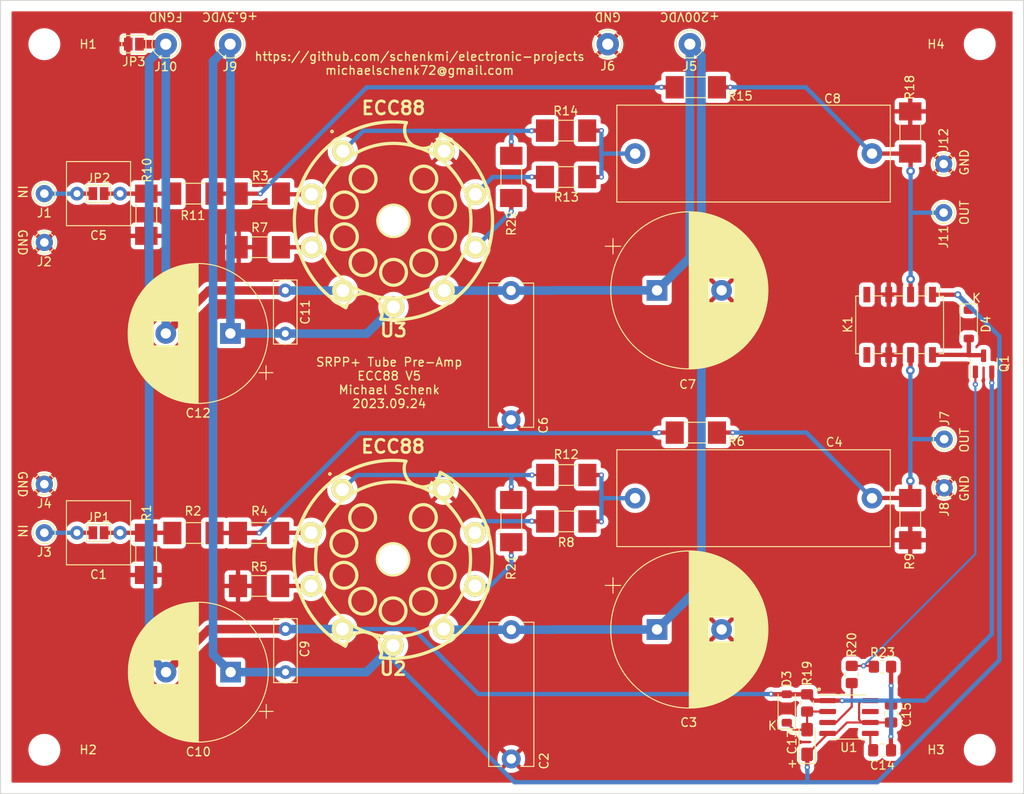
<source format=kicad_pcb>
(kicad_pcb (version 20221018) (generator pcbnew)
  (layers (0 "F.Cu" signal) (31 "B.Cu" signal) (34 "B.Paste" user) (35 "F.Paste" user) (36 "B.SilkS" user "B.Silkscreen") (37 "F.SilkS" user "F.Silkscreen") (38 "B.Mask" user) (39 "F.Mask" user) (44 "Edge.Cuts" user))
  (net 0 "")
  (net 1 "Net-(JP1-B)")
  (net 2 "Net-(J3-Pin_1)")
  (net 3 "GND")
  (net 4 "VDDA")
  (net 5 "Net-(C4-Pad2)")
  (net 6 "Net-(J7-Pin_1)")
  (net 7 "Net-(JP2-B)")
  (net 8 "Net-(J1-Pin_1)")
  (net 9 "Net-(J11-Pin_1)")
  (net 10 "Net-(C8-Pad2)")
  (net 11 "FVCC")
  (net 12 "Net-(R11-Pad1)")
  (net 13 "FGND")
  (net 14 "Net-(R2-Pad1)")
  (net 15 "Net-(D3-K)")
  (net 16 "Net-(U1-CV)")
  (net 17 "Net-(D4-A)")
  (net 18 "Net-(Q1-B)")
  (net 19 "Net-(U3A-G)")
  (net 20 "Net-(U2A-G)")
  (net 21 "Net-(U2A-K)")
  (net 22 "Net-(U3A-K)")
  (net 23 "Net-(U2B-K)")
  (net 26 "Net-(U2A-A)")
  (net 27 "Net-(U3B-K)")
  (net 28 "Net-(U3A-A)")
  (net 29 "Net-(U1-Q)")
  (net 30 "Net-(U2B-G)")
  (net 31 "Net-(U3B-G)")
  (footprint "Capacitor_THT:C_Rect_L7.2mm_W7.2mm_P5.00mm_FKS2_FKP2_MKS2_MKP2" (layer "F.Cu") (at 52.5996 132.9182 180)
    (fp_text reference "C1" (at 2.5 -4.85) (layer "F.SilkS"))
    (fp_text value "3.3uF")
    (pad "1" thru_hole circle (at 0 0 180) (size 1.6 1.6) (drill 0.8) (layers "*.Cu" "*.Mask") (net 1 "Net-(JP1-B)"))
    (pad "2" thru_hole circle (at 5 0 180) (size 1.6 1.6) (drill 0.8) (layers "*.Cu" "*.Mask") (net 2 "Net-(J3-Pin_1)"))
  )
  (footprint "Capacitor_THT:C_Rect_L16.5mm_W5.0mm_P15.00mm_MKT" (layer "F.Cu") (at 98.0186 144.1704 -90)
    (fp_text reference "C2" (at 15.24 -3.81 90) (layer "F.SilkS"))
    (fp_text value "100nF")
    (pad "1" thru_hole circle (at 0 0 270) (size 2.2 2.2) (drill 1.1) (layers "*.Cu" "*.Mask") (net 4 "VDDA"))
    (pad "2" thru_hole circle (at 15 0 270) (size 2.2 2.2) (drill 1.1) (layers "*.Cu" "*.Mask") (net 3 "GND"))
  )
  (footprint "Capacitor_THT:CP_Radial_D18.0mm_P7.50mm" (layer "F.Cu") (at 114.935 144.145)
    (fp_text reference "C3" (at 3.683 10.795) (layer "F.SilkS"))
    (fp_text value "100uF")
    (pad "1" thru_hole rect (at 0 0) (size 2.4 2.4) (drill 1.2) (layers "*.Cu" "*.Mask") (net 4 "VDDA"))
    (pad "2" thru_hole circle (at 7.5 0) (size 2.4 2.4) (drill 1.2) (layers "*.Cu" "*.Mask") (net 3 "GND"))
  )
  (footprint "Capacitor_THT:C_Rect_L31.5mm_W11.0mm_P27.50mm_MKS4" (layer "F.Cu") (at 139.895 128.905 180)
    (fp_text reference "C4" (at 4.386 6.5024) (layer "F.SilkS"))
    (fp_text value "2.2uF")
    (pad "1" thru_hole circle (at 0 0 180) (size 2.4 2.4) (drill 1.2) (layers "*.Cu" "*.Mask") (net 6 "Net-(J7-Pin_1)"))
    (pad "2" thru_hole circle (at 27.5 0 180) (size 2.4 2.4) (drill 1.2) (layers "*.Cu" "*.Mask") (net 5 "Net-(C4-Pad2)"))
  )
  (footprint "MountingHole:MountingHole_3.2mm_M3" (layer "F.Cu") (at 43.815 76.2)
    (fp_text reference "H1" (at 5.08 0) (layer "F.SilkS"))
    (fp_text value "MountingHole")
    (pad "" np_thru_hole circle (at 0 0) (size 3.2 3.2) (drill 3.2) (layers "*.Cu" "*.Mask"))
  )
  (footprint "MountingHole:MountingHole_3.2mm_M3" (layer "F.Cu") (at 43.815 158.115)
    (fp_text reference "H2" (at 5.08 0) (layer "F.SilkS"))
    (fp_text value "MountingHole")
    (pad "" np_thru_hole circle (at 0 0) (size 3.2 3.2) (drill 3.2) (layers "*.Cu" "*.Mask"))
  )
  (footprint "MountingHole:MountingHole_3.2mm_M3" (layer "F.Cu") (at 152.4 158.115)
    (fp_text reference "H3" (at -5.08 0) (layer "F.SilkS"))
    (fp_text value "MountingHole")
    (pad "" np_thru_hole circle (at 0 0) (size 3.2 3.2) (drill 3.2) (layers "*.Cu" "*.Mask"))
  )
  (footprint "MountingHole:MountingHole_3.2mm_M3" (layer "F.Cu") (at 152.4 76.2)
    (fp_text reference "H4" (at -5.08 0) (layer "F.SilkS"))
    (fp_text value "MountingHole")
    (pad "" np_thru_hole circle (at 0 0) (size 3.2 3.2) (drill 3.2) (layers "*.Cu" "*.Mask"))
  )
  (footprint "Connector_Pin:Pin_D1.0mm_L10.0mm" (layer "F.Cu") (at 43.815 132.9182)
    (fp_text reference "J3" (at 0 2.25) (layer "F.SilkS"))
    (fp_text value "Conn_01x01")
    (pad "1" thru_hole circle (at 0 0) (size 2 2) (drill 1) (layers "*.Cu" "*.Mask") (net 2 "Net-(J3-Pin_1)"))
  )
  (footprint "Connector_Pin:Pin_D1.0mm_L10.0mm" (layer "F.Cu") (at 43.815 127.2794)
    (fp_text reference "J4" (at 0 2.25) (layer "F.SilkS"))
    (fp_text value "Conn_01x01")
    (pad "1" thru_hole circle (at 0 0) (size 2 2) (drill 1) (layers "*.Cu" "*.Mask") (net 3 "GND"))
  )
  (footprint "Connector_Pin:Pin_D1.3mm_L11.0mm" (layer "F.Cu") (at 118.745 76.2)
    (fp_text reference "J5" (at 0 2.5654) (layer "F.SilkS"))
    (fp_text value "Conn_01x01")
    (pad "1" thru_hole circle (at 0 0) (size 2.6 2.6) (drill 1.3) (layers "*.Cu" "*.Mask") (net 4 "VDDA"))
  )
  (footprint "Connector_Pin:Pin_D1.3mm_L11.0mm" (layer "F.Cu") (at 109.22 76.2)
    (fp_text reference "J6" (at 0 2.54) (layer "F.SilkS"))
    (fp_text value "Conn_01x01")
    (pad "1" thru_hole circle (at 0 0) (size 2.6 2.6) (drill 1.3) (layers "*.Cu" "*.Mask") (net 3 "GND"))
  )
  (footprint "Connector_Pin:Pin_D1.0mm_L10.0mm" (layer "F.Cu") (at 148.2725 127.6985)
    (fp_text reference "J8" (at 0.0275 2.5015 90) (layer "F.SilkS"))
    (fp_text value "Conn_01x01")
    (pad "1" thru_hole circle (at 0 0) (size 2 2) (drill 1) (layers "*.Cu" "*.Mask") (net 3 "GND"))
  )
  (footprint "Resistor_SMD:R_MELF_MMB-0207" (layer "F.Cu") (at 55.626 135.3682 -90)
    (fp_text reference "R1" (at -4.7432 -0.049 -270) (layer "F.SilkS"))
    (fp_text value "1Meg")
    (pad "1" smd rect (at -2.45 0 270) (size 2.1 2.6) (layers "F.Cu" "F.Paste" "F.Mask") (net 1 "Net-(JP1-B)"))
    (pad "2" smd rect (at 2.45 0 270) (size 2.1 2.6) (layers "F.Cu" "F.Paste" "F.Mask") (net 3 "GND"))
  )
  (footprint "Resistor_SMD:R_MELF_MMB-0207" (layer "F.Cu") (at 61.124 132.9436 180)
    (fp_text reference "R2" (at 0.05 2.54) (layer "F.SilkS"))
    (fp_text value "10k")
    (pad "1" smd rect (at -2.45 0 180) (size 2.1 2.6) (layers "F.Cu" "F.Paste" "F.Mask") (net 14 "Net-(R2-Pad1)"))
    (pad "2" smd rect (at 2.45 0 180) (size 2.1 2.6) (layers "F.Cu" "F.Paste" "F.Mask") (net 1 "Net-(JP1-B)"))
  )
  (footprint "Resistor_SMD:R_MELF_MMB-0207" (layer "F.Cu") (at 68.8224 93.55)
    (fp_text reference "R3" (at 0.05 -2.05) (layer "F.SilkS"))
    (fp_text value "300R")
    (pad "1" smd rect (at -2.45 0) (size 2.1 2.6) (layers "F.Cu" "F.Paste" "F.Mask") (net 12 "Net-(R11-Pad1)"))
    (pad "2" smd rect (at 2.45 0) (size 2.1 2.6) (layers "F.Cu" "F.Paste" "F.Mask") (net 19 "Net-(U3A-G)"))
  )
  (footprint "Resistor_SMD:R_MELF_MMB-0207" (layer "F.Cu") (at 68.744 132.9436)
    (fp_text reference "R4" (at 0.05 -2.54) (layer "F.SilkS"))
    (fp_text value "300R")
    (pad "1" smd rect (at -2.45 0) (size 2.1 2.6) (layers "F.Cu" "F.Paste" "F.Mask") (net 14 "Net-(R2-Pad1)"))
    (pad "2" smd rect (at 2.45 0) (size 2.1 2.6) (layers "F.Cu" "F.Paste" "F.Mask") (net 20 "Net-(U2A-G)"))
  )
  (footprint "Resistor_SMD:R_MELF_MMB-0207" (layer "F.Cu") (at 68.7462 139.0904 180)
    (fp_text reference "R5" (at -0.0038 2.2154) (layer "F.SilkS"))
    (fp_text value "200R")
    (pad "1" smd rect (at -2.45 0 180) (size 2.1 2.6) (layers "F.Cu" "F.Paste" "F.Mask") (net 21 "Net-(U2A-K)"))
    (pad "2" smd rect (at 2.45 0 180) (size 2.1 2.6) (layers "F.Cu" "F.Paste" "F.Mask") (net 3 "GND"))
  )
  (footprint "Resistor_SMD:R_MELF_MMB-0207" (layer "F.Cu") (at 119.4446 121.290735 180)
    (fp_text reference "R6" (at -4.7106 -1.010265) (layer "F.SilkS"))
    (fp_text value "22k")
    (pad "1" smd rect (at -2.45 0 180) (size 2.1 2.6) (layers "F.Cu" "F.Paste" "F.Mask") (net 6 "Net-(J7-Pin_1)"))
    (pad "2" smd rect (at 2.45 0 180) (size 2.1 2.6) (layers "F.Cu" "F.Paste" "F.Mask") (net 14 "Net-(R2-Pad1)"))
  )
  (footprint "Resistor_SMD:R_MELF_MMB-0207" (layer "F.Cu") (at 68.8224 99.7712 180)
    (fp_text reference "R7" (at 0.0224 2.2712) (layer "F.SilkS"))
    (fp_text value "200R")
    (pad "1" smd rect (at -2.45 0 180) (size 2.1 2.6) (layers "F.Cu" "F.Paste" "F.Mask") (net 22 "Net-(U3A-K)"))
    (pad "2" smd rect (at 2.45 0 180) (size 2.1 2.6) (layers "F.Cu" "F.Paste" "F.Mask") (net 3 "GND"))
  )
  (footprint "Resistor_SMD:R_MELF_MMB-0207" (layer "F.Cu") (at 104.402105 131.5974)
    (fp_text reference "R8" (at -0.0116 2.4384) (layer "F.SilkS"))
    (fp_text value "150R")
    (pad "1" smd rect (at -2.45 0) (size 2.1 2.6) (layers "F.Cu" "F.Paste" "F.Mask") (net 23 "Net-(U2B-K)"))
    (pad "2" smd rect (at 2.45 0) (size 2.1 2.6) (layers "F.Cu" "F.Paste" "F.Mask") (net 5 "Net-(C4-Pad2)"))
  )
  (footprint "Resistor_SMD:R_MELF_MMB-0207" (layer "F.Cu") (at 144.3355 131.3296 90)
    (fp_text reference "R9" (at -4.916 -0.0635 90) (layer "F.SilkS"))
    (fp_text value "1Meg")
    (pad "1" smd rect (at -2.45 0 90) (size 2.1 2.6) (layers "F.Cu" "F.Paste" "F.Mask") (net 3 "GND"))
    (pad "2" smd rect (at 2.45 0 90) (size 2.1 2.6) (layers "F.Cu" "F.Paste" "F.Mask") (net 6 "Net-(J7-Pin_1)"))
  )
  (footprint "Capacitor_THT:C_Rect_L7.2mm_W7.2mm_P5.00mm_FKS2_FKP2_MKS2_MKP2" (layer "F.Cu") (at 52.6034 93.5482 180)
    (fp_text reference "C5" (at 2.5 -4.85) (layer "F.SilkS"))
    (fp_text value "3.3uF")
    (pad "1" thru_hole circle (at 0 0 180) (size 1.6 1.6) (drill 0.8) (layers "*.Cu" "*.Mask") (net 7 "Net-(JP2-B)"))
    (pad "2" thru_hole circle (at 5 0 180) (size 1.6 1.6) (drill 0.8) (layers "*.Cu" "*.Mask") (net 8 "Net-(J1-Pin_1)"))
  )
  (footprint "Capacitor_THT:C_Rect_L16.5mm_W5.0mm_P15.00mm_MKT" (layer "F.Cu") (at 97.9932 104.8 -90)
    (fp_text reference "C6" (at 15.635 -3.75 90) (layer "F.SilkS"))
    (fp_text value "100nF")
    (pad "1" thru_hole circle (at 0 0 270) (size 2.2 2.2) (drill 1.1) (layers "*.Cu" "*.Mask") (net 4 "VDDA"))
    (pad "2" thru_hole circle (at 15 0 270) (size 2.2 2.2) (drill 1.1) (layers "*.Cu" "*.Mask") (net 3 "GND"))
  )
  (footprint "Capacitor_THT:CP_Radial_D18.0mm_P7.50mm" (layer "F.Cu") (at 114.935 104.775)
    (fp_text reference "C7" (at 3.556 10.922) (layer "F.SilkS"))
    (fp_text value "100uF")
    (pad "1" thru_hole rect (at 0 0) (size 2.4 2.4) (drill 1.2) (layers "*.Cu" "*.Mask") (net 4 "VDDA"))
    (pad "2" thru_hole circle (at 7.5 0) (size 2.4 2.4) (drill 1.2) (layers "*.Cu" "*.Mask") (net 3 "GND"))
  )
  (footprint "Capacitor_THT:C_Rect_L31.5mm_W11.0mm_P27.50mm_MKS4" (layer "F.Cu") (at 139.895 88.9 180)
    (fp_text reference "C8" (at 4.5892 6.3754) (layer "F.SilkS"))
    (fp_text value "2.2uF")
    (pad "1" thru_hole circle (at 0 0 180) (size 2.4 2.4) (drill 1.2) (layers "*.Cu" "*.Mask") (net 9 "Net-(J11-Pin_1)"))
    (pad "2" thru_hole circle (at 27.5 0 180) (size 2.4 2.4) (drill 1.2) (layers "*.Cu" "*.Mask") (net 10 "Net-(C8-Pad2)"))
  )
  (footprint "Connector_Pin:Pin_D1.0mm_L10.0mm" (layer "F.Cu") (at 43.815 93.5482)
    (fp_text reference "J1" (at 0 2.25 180) (layer "F.SilkS"))
    (fp_text value "Conn_01x01")
    (pad "1" thru_hole circle (at 0 0) (size 2 2) (drill 1) (layers "*.Cu" "*.Mask") (net 8 "Net-(J1-Pin_1)"))
  )
  (footprint "Connector_Pin:Pin_D1.0mm_L10.0mm" (layer "F.Cu") (at 43.815 99.2124)
    (fp_text reference "J2" (at 0 2.25) (layer "F.SilkS"))
    (fp_text value "Conn_01x01")
    (pad "1" thru_hole circle (at 0 0) (size 2 2) (drill 1) (layers "*.Cu" "*.Mask") (net 3 "GND"))
  )
  (footprint "Connector_Pin:Pin_D1.3mm_L11.0mm" (layer "F.Cu") (at 65.3796 76.2)
    (fp_text reference "J9" (at -0.0254 2.6162) (layer "F.SilkS"))
    (fp_text value "Conn_01x01")
    (pad "1" thru_hole circle (at 0 0) (size 2.6 2.6) (drill 1.3) (layers "*.Cu" "*.Mask") (net 11 "FVCC"))
  )
  (footprint "Connector_Pin:Pin_D1.3mm_L11.0mm" (layer "F.Cu") (at 57.912 76.2)
    (fp_text reference "J10" (at 0 2.6162) (layer "F.SilkS"))
    (fp_text value "Conn_01x01")
    (pad "1" thru_hole circle (at 0 0) (size 2.6 2.6) (drill 1.3) (layers "*.Cu" "*.Mask") (net 13 "FGND"))
  )
  (footprint "Connector_Pin:Pin_D1.0mm_L10.0mm" (layer "F.Cu") (at 148.209 95.758)
    (fp_text reference "J11" (at 0 2.8194 90) (layer "F.SilkS"))
    (fp_text value "Conn_01x01")
    (pad "1" thru_hole circle (at 0 0) (size 2 2) (drill 1) (layers "*.Cu" "*.Mask") (net 9 "Net-(J11-Pin_1)"))
  )
  (footprint "Connector_Pin:Pin_D1.0mm_L10.0mm" (layer "F.Cu") (at 148.209 90.1065)
    (fp_text reference "J12" (at 0 -2.8321 90) (layer "F.SilkS"))
    (fp_text value "Conn_01x01")
    (pad "1" thru_hole circle (at 0 0) (size 2 2) (drill 1) (layers "*.Cu" "*.Mask") (net 3 "GND"))
  )
  (footprint "Resistor_SMD:R_MELF_MMB-0207" (layer "F.Cu") (at 55.6514 95.9982 -90)
    (fp_text reference "R10" (at -5.1732 -0.0736 -270) (layer "F.SilkS"))
    (fp_text value "1Meg")
    (pad "1" smd rect (at -2.45 0 270) (size 2.1 2.6) (layers "F.Cu" "F.Paste" "F.Mask") (net 7 "Net-(JP2-B)"))
    (pad "2" smd rect (at 2.45 0 270) (size 2.1 2.6) (layers "F.Cu" "F.Paste" "F.Mask") (net 3 "GND"))
  )
  (footprint "Resistor_SMD:R_MELF_MMB-0207" (layer "F.Cu") (at 61.1124 93.5482 180)
    (fp_text reference "R11" (at 0.05 -2.54) (layer "F.SilkS"))
    (fp_text value "10k")
    (pad "1" smd rect (at -2.45 0 180) (size 2.1 2.6) (layers "F.Cu" "F.Paste" "F.Mask") (net 12 "Net-(R11-Pad1)"))
    (pad "2" smd rect (at 2.45 0 180) (size 2.1 2.6) (layers "F.Cu" "F.Paste" "F.Mask") (net 7 "Net-(JP2-B)"))
  )
  (footprint "Resistor_SMD:R_MELF_MMB-0207" (layer "F.Cu") (at 104.402105 126.2126 180)
    (fp_text reference "R12" (at 0.0116 2.3876) (layer "F.SilkS"))
    (fp_text value "50.1R")
    (pad "1" smd rect (at -2.45 0 180) (size 2.1 2.6) (layers "F.Cu" "F.Paste" "F.Mask") (net 5 "Net-(C4-Pad2)"))
    (pad "2" smd rect (at 2.45 0 180) (size 2.1 2.6) (layers "F.Cu" "F.Paste" "F.Mask") (net 26 "Net-(U2A-A)"))
  )
  (footprint "Resistor_SMD:R_MELF_MMB-0207" (layer "F.Cu") (at 104.3824 91.6178)
    (fp_text reference "R13" (at 0.0392 2.3368) (layer "F.SilkS"))
    (fp_text value "150R")
    (pad "1" smd rect (at -2.45 0) (size 2.1 2.6) (layers "F.Cu" "F.Paste" "F.Mask") (net 27 "Net-(U3B-K)"))
    (pad "2" smd rect (at 2.45 0) (size 2.1 2.6) (layers "F.Cu" "F.Paste" "F.Mask") (net 10 "Net-(C8-Pad2)"))
  )
  (footprint "Resistor_SMD:R_MELF_MMB-0207" (layer "F.Cu") (at 104.3824 86.233 180)
    (fp_text reference "R14" (at 0.0392 2.286) (layer "F.SilkS"))
    (fp_text value "50.1R")
    (pad "1" smd rect (at -2.45 0 180) (size 2.1 2.6) (layers "F.Cu" "F.Paste" "F.Mask") (net 10 "Net-(C8-Pad2)"))
    (pad "2" smd rect (at 2.45 0 180) (size 2.1 2.6) (layers "F.Cu" "F.Paste" "F.Mask") (net 28 "Net-(U3A-A)"))
  )
  (footprint "Resistor_SMD:R_MELF_MMB-0207" (layer "F.Cu") (at 119.4446 81.2038 180)
    (fp_text reference "R15" (at -5.1424 -1.016) (layer "F.SilkS"))
    (fp_text value "22k")
    (pad "1" smd rect (at -2.45 0 180) (size 2.1 2.6) (layers "F.Cu" "F.Paste" "F.Mask") (net 9 "Net-(J11-Pin_1)"))
    (pad "2" smd rect (at 2.45 0 180) (size 2.1 2.6) (layers "F.Cu" "F.Paste" "F.Mask") (net 12 "Net-(R11-Pad1)"))
  )
  (footprint "Resistor_SMD:R_MELF_MMB-0207" (layer "F.Cu") (at 144.3355 86.45 90)
    (fp_text reference "R18" (at 5.2335 -0.0635 90) (layer "F.SilkS"))
    (fp_text value "1Meg")
    (pad "1" smd rect (at -2.45 0 90) (size 2.1 2.6) (layers "F.Cu" "F.Paste" "F.Mask") (net 9 "Net-(J11-Pin_1)"))
    (pad "2" smd rect (at 2.45 0 90) (size 2.1 2.6) (layers "F.Cu" "F.Paste" "F.Mask") (net 3 "GND"))
  )
  (footprint "Capacitor_THT:C_Rect_L7.2mm_W2.5mm_P5.00mm_FKS2_FKP2_MKS2_MKP2" (layer "F.Cu") (at 71.8058 149.098 90)
    (fp_text reference "C9" (at 2.698 2.2442 90) (layer "F.SilkS"))
    (fp_text value "100nF")
    (pad "1" thru_hole circle (at 0 0 90) (size 1.6 1.6) (drill 0.8) (layers "*.Cu" "*.Mask") (net 11 "FVCC"))
    (pad "2" thru_hole circle (at 5 0 90) (size 1.6 1.6) (drill 0.8) (layers "*.Cu" "*.Mask") (net 13 "FGND"))
  )
  (footprint "Capacitor_THT:CP_Radial_D16.0mm_P7.50mm" (layer "F.Cu") (at 65.439617 149.098 180)
    (fp_text reference "C10" (at 3.75 -9.25) (layer "F.SilkS"))
    (fp_text value "2200uF")
    (pad "1" thru_hole rect (at 0 0 180) (size 2.4 2.4) (drill 1.2) (layers "*.Cu" "*.Mask") (net 11 "FVCC"))
    (pad "2" thru_hole circle (at 7.5 0 180) (size 2.4 2.4) (drill 1.2) (layers "*.Cu" "*.Mask") (net 13 "FGND"))
  )
  (footprint "Capacitor_THT:C_Rect_L7.2mm_W2.5mm_P5.00mm_FKS2_FKP2_MKS2_MKP2" (layer "F.Cu") (at 71.780385 109.793488 90)
    (fp_text reference "C11" (at 2.493488 2.319615 90) (layer "F.SilkS"))
    (fp_text value "100nF")
    (pad "1" thru_hole circle (at 0 0 90) (size 1.6 1.6) (drill 0.8) (layers "*.Cu" "*.Mask") (net 11 "FVCC"))
    (pad "2" thru_hole circle (at 5 0 90) (size 1.6 1.6) (drill 0.8) (layers "*.Cu" "*.Mask") (net 13 "FGND"))
  )
  (footprint "Capacitor_THT:CP_Radial_D16.0mm_P7.50mm" (layer "F.Cu") (at 65.414217 109.7788 180)
    (fp_text reference "C12" (at 3.75 -9.25) (layer "F.SilkS"))
    (fp_text value "2200uF")
    (pad "1" thru_hole rect (at 0 0 180) (size 2.4 2.4) (drill 1.2) (layers "*.Cu" "*.Mask") (net 11 "FVCC"))
    (pad "2" thru_hole circle (at 7.5 0 180) (size 2.4 2.4) (drill 1.2) (layers "*.Cu" "*.Mask") (net 13 "FGND"))
  )
  (footprint "Relay_SMD:Relay_DPDT_Omron_G6K-2F" (layer "F.Cu") (at 143.1036 108.768 -90)
    (fp_text reference "K1" (at -0.0306 6.0198 -90) (layer "F.SilkS"))
    (fp_text value "G6K-2F-TR DC6")
    (pad "1" smd rect (at -3.5 -3.81 270) (size 1.8 0.8) (layers "F.Cu" "F.Paste" "F.Mask") (net 11 "FVCC"))
    (pad "2" smd rect (at -3.5 -1.27 270) (size 1.8 0.8) (layers "F.Cu" "F.Paste" "F.Mask") (net 9 "Net-(J11-Pin_1)"))
    (pad "3" smd rect (at -3.5 1.27 270) (size 1.8 0.8) (layers "F.Cu" "F.Paste" "F.Mask") (net 3 "GND"))
    (pad "4" smd rect (at -3.5 3.81 270) (size 1.8 0.8) (layers "F.Cu" "F.Paste" "F.Mask"))
    (pad "5" smd rect (at 3.5 3.81 270) (size 1.8 0.8) (layers "F.Cu" "F.Paste" "F.Mask"))
    (pad "6" smd rect (at 3.5 1.27 270) (size 1.8 0.8) (layers "F.Cu" "F.Paste" "F.Mask") (net 3 "GND"))
    (pad "7" smd rect (at 3.5 -1.27 270) (size 1.8 0.8) (layers "F.Cu" "F.Paste" "F.Mask") (net 6 "Net-(J7-Pin_1)"))
    (pad "8" smd rect (at 3.5 -3.81 270) (size 1.8 0.8) (layers "F.Cu" "F.Paste" "F.Mask") (net 17 "Net-(D4-A)"))
  )
  (footprint "Capacitor_Tantalum_SMD:CP_EIA-3216-12_Kemet-S_Pad1.58x1.35mm_HandSolder" (layer "F.Cu") (at 132.3594 157.2109 90)
    (fp_text reference "C13" (at 0 -1.75 90) (layer "F.SilkS"))
    (fp_text value "15uF/25V")
    (pad "1" smd roundrect (at -1.4375 0 90) (size 1.575 1.35) (layers "F.Cu" "F.Paste" "F.Mask") (roundrect_rratio 0.1851851852) (net 11 "FVCC"))
    (pad "2" smd roundrect (at 1.4375 0 90) (size 1.575 1.35) (layers "F.Cu" "F.Paste" "F.Mask") (roundrect_rratio 0.1851851852) (net 15 "Net-(D3-K)"))
  )
  (footprint "Capacitor_SMD:C_0805_2012Metric_Pad1.18x1.45mm_HandSolder" (layer "F.Cu") (at 141.0677 158.1658)
    (fp_text reference "C14" (at 0.0323 1.7342) (layer "F.SilkS"))
    (fp_text value "100nF/50V")
    (pad "1" smd roundrect (at -1.0375 0) (size 1.175 1.45) (layers "F.Cu" "F.Paste" "F.Mask") (roundrect_rratio 0.2127659574) (net 16 "Net-(U1-CV)"))
    (pad "2" smd roundrect (at 1.0375 0) (size 1.175 1.45) (layers "F.Cu" "F.Paste" "F.Mask") (roundrect_rratio 0.2127659574) (net 13 "FGND"))
  )
  (footprint "Capacitor_SMD:C_0805_2012Metric_Pad1.18x1.45mm_HandSolder" (layer "F.Cu") (at 142.113 153.9025 90)
    (fp_text reference "C15" (at -0.1485 1.778 90) (layer "F.SilkS"))
    (fp_text value "100nF/50V")
    (pad "1" smd roundrect (at -1.0375 0 90) (size 1.175 1.45) (layers "F.Cu" "F.Paste" "F.Mask") (roundrect_rratio 0.2127659574) (net 11 "FVCC"))
    (pad "2" smd roundrect (at 1.0375 0 90) (size 1.175 1.45) (layers "F.Cu" "F.Paste" "F.Mask") (roundrect_rratio 0.2127659574) (net 13 "FGND"))
  )
  (footprint "Diode_SMD:D_SOD-123" (layer "F.Cu") (at 129.9972 153.3134 90)
    (fp_text reference "D3" (at 3.429 0 90) (layer "F.SilkS"))
    (fp_text value "1N4148W")
    (pad "1" smd roundrect (at -1.65 0 90) (size 0.9 1.2) (layers "F.Cu" "F.Paste" "F.Mask") (net 15 "Net-(D3-K)"))
    (pad "2" smd roundrect (at 1.65 0 90) (size 0.9 1.2) (layers "F.Cu" "F.Paste" "F.Mask") (net 13 "FGND"))
  )
  (footprint "Diode_SMD:D_SOD-123" (layer "F.Cu") (at 151.13 108.712 -90)
    (fp_text reference "D4" (at 0 -2 90) (layer "F.SilkS"))
    (fp_text value "1N4148W")
    (pad "1" smd roundrect (at -1.65 0 270) (size 0.9 1.2) (layers "F.Cu" "F.Paste" "F.Mask") (net 11 "FVCC"))
    (pad "2" smd roundrect (at 1.65 0 270) (size 0.9 1.2) (layers "F.Cu" "F.Paste" "F.Mask") (net 17 "Net-(D4-A)"))
  )
  (footprint "Package_TO_SOT_SMD:SOT-23" (layer "F.Cu") (at 152.847 113.3 90)
    (fp_text reference "Q1" (at 0.016 2.3978 90) (layer "F.SilkS"))
    (fp_text value "MMBT3904")
    (pad "1" smd roundrect (at -0.9375 -0.95 90) (size 1.475 0.6) (layers "F.Cu" "F.Paste" "F.Mask") (net 18 "Net-(Q1-B)"))
    (pad "2" smd roundrect (at -0.9375 0.95 90) (size 1.475 0.6) (layers "F.Cu" "F.Paste" "F.Mask") (net 13 "FGND"))
    (pad "3" smd roundrect (at 0.9375 0 90) (size 1.475 0.6) (layers "F.Cu" "F.Paste" "F.Mask") (net 17 "Net-(D4-A)"))
  )
  (footprint "Resistor_SMD:R_0805_2012Metric_Pad1.20x1.40mm_HandSolder" (layer "F.Cu") (at 132.3594 152.67 90)
    (fp_text reference "R19" (at 3.445 0 90) (layer "F.SilkS"))
    (fp_text value "2Meg")
    (pad "1" smd roundrect (at -1 0 90) (size 1.2 1.4) (layers "F.Cu" "F.Paste" "F.Mask") (roundrect_rratio 0.2083333333) (net 15 "Net-(D3-K)"))
    (pad "2" smd roundrect (at 1 0 90) (size 1.2 1.4) (layers "F.Cu" "F.Paste" "F.Mask") (roundrect_rratio 0.2083333333) (net 13 "FGND"))
  )
  (footprint "Resistor_SMD:R_0805_2012Metric_Pad1.20x1.40mm_HandSolder" (layer "F.Cu") (at 137.541 149.368 -90)
    (fp_text reference "R20" (at -3.445 0 90) (layer "F.SilkS"))
    (fp_text value "2.49k")
    (pad "1" smd roundrect (at -1 0 270) (size 1.2 1.4) (layers "F.Cu" "F.Paste" "F.Mask") (roundrect_rratio 0.2083333333) (net 18 "Net-(Q1-B)"))
    (pad "2" smd roundrect (at 1 0 270) (size 1.2 1.4) (layers "F.Cu" "F.Paste" "F.Mask") (roundrect_rratio 0.2083333333) (net 29 "Net-(U1-Q)"))
  )
  (footprint "Resistor_SMD:R_0805_2012Metric_Pad1.20x1.40mm_HandSolder" (layer "F.Cu") (at 141.113 148.463)
    (fp_text reference "R23" (at 0 -1.65) (layer "F.SilkS"))
    (fp_text value "2.49k")
    (pad "1" smd roundrect (at -1 0) (size 1.2 1.4) (layers "F.Cu" "F.Paste" "F.Mask") (roundrect_rratio 0.2083333333) (net 18 "Net-(Q1-B)"))
    (pad "2" smd roundrect (at 1 0) (size 1.2 1.4) (layers "F.Cu" "F.Paste" "F.Mask") (roundrect_rratio 0.2083333333) (net 13 "FGND"))
  )
  (footprint "Package_SO:SOIC-8_3.9x4.9mm_P1.27mm" (layer "F.Cu") (at 137.222 154.305)
    (fp_text reference "U1" (at -0.022 3.545) (layer "F.SilkS"))
    (fp_text value "TLC555xD")
    (pad "1" smd roundrect (at -2.475 -1.905) (size 1.95 0.6) (layers "F.Cu" "F.Paste" "F.Mask") (net 13 "FGND"))
    (pad "2" smd roundrect (at -2.475 -0.635) (size 1.95 0.6) (layers "F.Cu" "F.Paste" "F.Mask") (net 15 "Net-(D3-K)"))
    (pad "3" smd roundrect (at -2.475 0.635) (size 1.95 0.6) (layers "F.Cu" "F.Paste" "F.Mask") (net 29 "Net-(U1-Q)"))
    (pad "4" smd roundrect (at -2.475 1.905) (size 1.95 0.6) (layers "F.Cu" "F.Paste" "F.Mask") (net 11 "FVCC"))
    (pad "5" smd roundrect (at 2.475 1.905) (size 1.95 0.6) (layers "F.Cu" "F.Paste" "F.Mask") (net 16 "Net-(U1-CV)"))
    (pad "6" smd roundrect (at 2.475 0.635) (size 1.95 0.6) (layers "F.Cu" "F.Paste" "F.Mask") (net 11 "FVCC"))
    (pad "7" smd roundrect (at 2.475 -0.635) (size 1.95 0.6) (layers "F.Cu" "F.Paste" "F.Mask"))
    (pad "8" smd roundrect (at 2.475 -1.905) (size 1.95 0.6) (layers "F.Cu" "F.Paste" "F.Mask") (net 11 "FVCC"))
  )
  (footprint "Connector_Pin:Pin_D1.0mm_L10.0mm" (layer "F.Cu") (at 148.2725 122.047)
    (fp_text reference "J7" (at 0.0635 -2.413 90) (layer "F.SilkS"))
    (fp_text value "Conn_01x01")
    (pad "1" thru_hole circle (at 0 0) (size 2 2) (drill 1) (layers "*.Cu" "*.Mask") (net 6 "Net-(J7-Pin_1)"))
  )
  (footprint "Jumper:SolderJumper-2_P1.3mm_Open_Pad1.0x1.5mm" (layer "F.Cu") (at 54.2036 76.2 180)
    (fp_text reference "JP3" (at 0 -2.032) (layer "F.SilkS"))
    (fp_text value "SolderJumper_2_Open")
    (pad "1" smd rect (at -0.65 0 180) (size 1 1.5) (layers "F.Cu" "F.Mask") (net 13 "FGND"))
    (pad "2" smd rect (at 0.65 0 180) (size 1 1.5) (layers "F.Cu" "F.Mask") (net 3 "GND"))
  )
  (footprint "Jumper:SolderJumper-2_P1.3mm_Open_Pad1.0x1.5mm" (layer "F.Cu") (at 50.0996 132.9182)
    (fp_text reference "JP1" (at 0 -1.8) (layer "F.SilkS"))
    (fp_text value "SolderJumper_2_Open")
    (pad "1" smd rect (at -0.65 0) (size 1 1.5) (layers "F.Cu" "F.Mask") (net 2 "Net-(J3-Pin_1)"))
    (pad "2" smd rect (at 0.65 0) (size 1 1.5) (layers "F.Cu" "F.Mask") (net 1 "Net-(JP1-B)"))
  )
  (footprint "Jumper:SolderJumper-2_P1.3mm_Open_Pad1.0x1.5mm" (layer "F.Cu") (at 50.1034 93.5482)
    (fp_text reference "JP2" (at 0 -1.8) (layer "F.SilkS"))
    (fp_text value "SolderJumper_2_Open")
    (pad "1" smd rect (at -0.65 0) (size 1 1.5) (layers "F.Cu" "F.Mask") (net 8 "Net-(J1-Pin_1)"))
    (pad "2" smd rect (at 0.65 0) (size 1 1.5) (layers "F.Cu" "F.Mask") (net 7 "Net-(JP2-B)"))
  )
  (footprint "Resistor_SMD:R_MELF_MMB-0207" (layer "F.Cu") (at 98.0186 91.6062 -90)
    (fp_text reference "R22" (at 5.3938 -0.0064 90) (layer "F.SilkS"))
    (fp_text value "300R")
    (pad "1" smd rect (at -2.45 0 270) (size 2.1 2.6) (layers "F.Cu" "F.Paste" "F.Mask") (net 28 "Net-(U3A-A)"))
    (pad "2" smd rect (at 2.45 0 270) (size 2.1 2.6) (layers "F.Cu" "F.Paste" "F.Mask") (net 31 "Net-(U3B-G)"))
  )
  (footprint "w_vacuum:socket_gzc9-b" (layer "F.Cu") (at 84.29244 136.0043 180)
    (fp_text reference "U2" (at 0 -12.7 180) (layer "F.SilkS") (effects (font (size 1.524 1.524) (thickness 0.3048))))
    (fp_text value "ECC88" (at 0 13.09878 180) (layer "F.SilkS") (effects (font (size 1.524 1.524) (thickness 0.3048))))
    (pad "" np_thru_hole circle (at 0 0 180) (size 3.49758 3.49758) (drill 3.49758) (layers "*.Cu" "*.Mask" "F.SilkS"))
    (pad "1" thru_hole circle (at 5.87756 8.0899 180) (size 2.49936 2.49936) (drill 1.4986) (layers "*.Cu" "*.Mask" "F.SilkS") (net 26 "Net-(U2A-A)"))
    (pad "2" thru_hole circle (at 9.50976 3.0861 180) (size 2.49936 2.49936) (drill 1.4986) (layers "*.Cu" "*.Mask" "F.SilkS") (net 20 "Net-(U2A-G)"))
    (pad "3" thru_hole circle (at 9.50976 -3.0861 180) (size 2.49936 2.49936) (drill 1.4986) (layers "*.Cu" "*.Mask" "F.SilkS") (net 21 "Net-(U2A-K)"))
    (pad "4" thru_hole circle (at 5.87756 -8.0899 180) (size 2.49936 2.49936) (drill 1.4986) (layers "*.Cu" "*.Mask" "F.SilkS") (net 13 "FGND"))
    (pad "5" thru_hole circle (at 0 -9.99998 180) (size 2.49936 2.49936) (drill 1.4986) (layers "*.Cu" "*.Mask" "F.SilkS") (net 11 "FVCC"))
    (pad "6" thru_hole circle (at -5.87756 -8.0899 180) (size 2.49936 2.49936) (drill 1.4986) (layers "*.Cu" "*.Mask" "F.SilkS") (net 4 "VDDA"))
    (pad "7" thru_hole circle (at -9.50976 -3.0861 180) (size 2.49936 2.49936) (drill 1.4986) (layers "*.Cu" "*.Mask" "F.SilkS") (net 30 "Net-(U2B-G)"))
    (pad "8" thru_hole circle (at -9.50976 3.0861 180) (size 2.49936 2.49936) (drill 1.4986) (layers "*.Cu" "*.Mask" "F.SilkS") (net 23 "Net-(U2B-K)"))
    (pad "9" thru_hole circle (at -5.87756 8.0899 180) (size 2.49936 2.49936) (drill 1.4986) (layers "*.Cu" "*.Mask" "F.SilkS") (net 3 "GND"))
  )
  (footprint "w_vacuum:socket_gzc9-b" (layer "F.Cu") (at 84.34324 96.7101 180)
    (fp_text reference "U3" (at 0 -12.7 180) (layer "F.SilkS") (effects (font (size 1.524 1.524) (thickness 0.3048))))
    (fp_text value "ECC88" (at 0 13.09878 180) (layer "F.SilkS") (effects (font (size 1.524 1.524) (thickness 0.3048))))
    (pad "" np_thru_hole circle (at 0 0 180) (size 3.49758 3.49758) (drill 3.49758) (layers "*.Cu" "*.Mask" "F.SilkS"))
    (pad "1" thru_hole circle (at 5.87756 8.0899 180) (size 2.49936 2.49936) (drill 1.4986) (layers "*.Cu" "*.Mask" "F.SilkS") (net 28 "Net-(U3A-A)"))
    (pad "2" thru_hole circle (at 9.50976 3.0861 180) (size 2.49936 2.49936) (drill 1.4986) (layers "*.Cu" "*.Mask" "F.SilkS") (net 19 "Net-(U3A-G)"))
    (pad "3" thru_hole circle (at 9.50976 -3.0861 180) (size 2.49936 2.49936) (drill 1.4986) (layers "*.Cu" "*.Mask" "F.SilkS") (net 22 "Net-(U3A-K)"))
    (pad "4" thru_hole circle (at 5.87756 -8.0899 180) (size 2.49936 2.49936) (drill 1.4986) (layers "*.Cu" "*.Mask" "F.SilkS") (net 13 "FGND"))
    (pad "5" thru_hole circle (at 0 -9.99998 180) (size 2.49936 2.49936) (drill 1.4986) (layers "*.Cu" "*.Mask" "F.SilkS") (net 11 "FVCC"))
    (pad "6" thru_hole circle (at -5.87756 -8.0899 180) (size 2.49936 2.49936) (drill 1.4986) (layers "*.Cu" "*.Mask" "F.SilkS") (net 4 "VDDA"))
    (pad "7" thru_hole circle (at -9.50976 -3.0861 180) (size 2.49936 2.49936) (drill 1.4986) (layers "*.Cu" "*.Mask" "F.SilkS") (net 31 "Net-(U3B-G)"))
    (pad "8" thru_hole circle (at -9.50976 3.0861 180) (size 2.49936 2.49936) (drill 1.4986) (layers "*.Cu" "*.Mask" "F.SilkS") (net 27 "Net-(U3B-K)"))
    (pad "9" thru_hole circle (at -5.87756 8.0899 180) (size 2.49936 2.49936) (drill 1.4986) (layers "*.Cu" "*.Mask" "F.SilkS") (net 3 "GND"))
  )
  (footprint "Resistor_SMD:R_MELF_MMB-0207" (layer "F.Cu") (at 98.0186 131.5604 -90)
    (fp_text reference "R21" (at 5.3896 0.0186 90) (layer "F.SilkS"))
    (fp_text value "300R")
    (pad "1" smd rect (at -2.45 0 270) (size 2.1 2.6) (layers "F.Cu" "F.Paste" "F.Mask") (net 26 "Net-(U2A-A)"))
    (pad "2" smd rect (at 2.45 0 270) (size 2.1 2.6) (layers "F.Cu" "F.Paste" "F.Mask") (net 30 "Net-(U2B-G)"))
  )
  (gr_line (start 38.735 71.12) (end 157.48 71.12) (stroke (width 0.1)) (layer "Edge.Cuts"))
  (gr_line (start 157.48 71.12) (end 157.48 163.195) (stroke (width 0.1)) (layer "Edge.Cuts"))
  (gr_line (start 38.735 163.195) (end 38.735 71.12) (stroke (width 0.1)) (layer "Edge.Cuts"))
  (gr_line (start 157.48 163.195) (end 38.735 163.195) (stroke (width 0.1)) (layer "Edge.Cuts"))
  (gr_text "IN" (at 41.275 132.715 270) (layer "F.SilkS") (effects (font (size 1 1))))
  (gr_text "GND" (at 41.275 127.2794 270) (layer "F.SilkS") (effects (font (size 1 1))))
  (gr_text "GND" (at 41.275 99.2124 270) (layer "F.SilkS") (effects (font (size 1 1))))
  (gr_text "GND" (at 150.622 89.916 90) (layer "F.SilkS") (effects (font (size 1 1))))
  (gr_text "GND" (at 150.622 127.762 90) (layer "F.SilkS") (effects (font (size 1 1))))
  (gr_text "OUT" (at 150.622 122.174 90) (layer "F.SilkS") (effects (font (size 1 1))))
  (gr_text "OUT" (at 150.622 95.758 90) (layer "F.SilkS") (effects (font (size 1 1))))
  (gr_text "+200VDC" (at 118.745 73.025 180) (layer "F.SilkS") (effects (font (size 1 1))))
  (gr_text "+6.3VDC" (at 65.3796 73.025 180) (layer "F.SilkS") (effects (font (size 1 1))))
  (gr_text "GND" (at 109.22 73.025 180) (layer "F.SilkS") (effects (font (size 1 1))))
  (gr_text "FGND" (at 57.912 73.025 180) (layer "F.SilkS") (effects (font (size 1 1))))
  (gr_text "K" (at 152.019 105.664) (layer "F.SilkS") (effects (font (size 1 1))))
  (gr_text "°" (at 76.962 126.492) (layer "F.SilkS") (effects (font (size 1 1))))
  (gr_text "°" (at 77.216 86.741) (layer "F.SilkS") (effects (font (size 1 1))))
  (gr_text "K" (at 128.3208 155.321) (layer "F.SilkS") (effects (font (size 1 1))))
  (gr_text "°" (at 133.7564 151.4856) (layer "F.SilkS") (effects (font (size 1 1))))
  (gr_text "SRPP+ Tube Pre-Amp\nECC88 V5\nMichael Schenk\n2023.09.24" (at 83.8454 115.5192) (layer "F.SilkS") (effects (font (size 1 1))))
  (gr_text "IN" (at 41.275 93.345 270) (layer "F.SilkS") (effects (font (size 1 1))))
  (gr_text "https://github.com/schenkmi/electronic-projects\nmichaelschenk72@gmail.com" (at 87.376 78.4352) (layer "F.SilkS") (effects (font (size 1 1))))
  (gr_text "+" (at 130.6576 159.6644) (layer "F.SilkS") (effects (font (size 1 1))))
  (segment (start 52.5996 132.9182) (end 50.7496 132.9182) (width 0.5) (layer "F.Cu") (net 1))
  (segment (start 52.5996 132.9182) (end 55.626 132.9182) (width 0.5) (layer "F.Cu") (net 1))
  (segment (start 58.6486 132.9182) (end 58.674 132.9436) (width 0.5) (layer "F.Cu") (net 1))
  (segment (start 55.626 132.9182) (end 58.6486 132.9182) (width 0.5) (layer "F.Cu") (net 1))
  (segment (start 49.4496 132.9182) (end 47.5996 132.9182) (width 0.5) (layer "F.Cu") (net 2))
  (segment (start 47.5996 132.9182) (end 43.815 132.9182) (width 0.5) (layer "B.Cu") (net 2))
  (segment (start 102.87 144.1704) (end 90.2462 144.1704) (width 1) (layer "B.Cu") (net 4))
  (segment (start 120.0912 77.5462) (end 118.745 76.2) (width 1) (layer "B.Cu") (net 4))
  (segment (start 114.935 144.145) (end 102.8954 144.145) (width 1) (layer "B.Cu") (net 4))
  (segment (start 114.935 104.775) (end 118.745 100.965) (width 1) (layer "B.Cu") (net 4))
  (segment (start 120.0912 138.9888) (end 120.0912 77.5462) (width 1) (layer "B.Cu") (net 4))
  (segment (start 102.75 104.8) (end 90.2208 104.8) (width 1) (layer "B.Cu") (net 4))
  (segment (start 114.935 104.775) (end 102.775 104.775) (width 1) (layer "B.Cu") (net 4))
  (segment (start 114.935 144.145) (end 120.0912 138.9888) (width 1) (layer "B.Cu") (net 4))
  (segment (start 118.745 100.965) (end 118.745 76.2) (width 1) (layer "B.Cu") (net 4))
  (segment (start 106.852105 126.2126) (end 108.4834 126.2126) (width 0.5) (layer "F.Cu") (net 5))
  (segment (start 106.852105 131.5974) (end 108.458 131.5974) (width 0.5) (layer "F.Cu") (net 5))
  (segment (start 108.458 131.5974) (end 108.4834 131.6228) (width 0.5) (layer "F.Cu") (net 5))
  (via (at 108.4834 131.6228) (size 0.6) (drill 0.3) (layers "F.Cu" "B.Cu") (net 5))
  (via (at 108.4834 126.2126) (size 0.6) (drill 0.3) (layers "F.Cu" "B.Cu") (net 5))
  (segment (start 112.395 128.905) (end 108.6104 128.905) (width 0.5) (layer "B.Cu") (net 5))
  (segment (start 108.4834 129.032) (end 108.4834 126.2126) (width 0.5) (layer "B.Cu") (net 5))
  (segment (start 108.4834 131.6228) (end 108.4834 129.032) (width 0.5) (layer "B.Cu") (net 5))
  (segment (start 108.6104 128.905) (end 108.4834 129.032) (width 0.5) (layer "B.Cu") (net 5))
  (segment (start 144.3355 128.8796) (end 139.9204 128.8796) (width 0.5) (layer "F.Cu") (net 6))
  (segment (start 123.7234 121.285) (end 121.900335 121.285) (width 0.5) (layer "F.Cu") (net 6))
  (segment (start 144.3355 126.9111) (end 144.3482 126.8984) (width 0.5) (layer "F.Cu") (net 6))
  (segment (start 139.9204 128.8796) (end 139.895 128.905) (width 0.5) (layer "F.Cu") (net 6))
  (segment (start 121.900335 121.285) (end 121.8946 121.290735) (width 0.5) (layer "F.Cu") (net 6))
  (segment (start 144.3355 128.8796) (end 144.3355 126.9111) (width 0.5) (layer "F.Cu") (net 6))
  (segment (start 144.3736 112.268) (end 144.3736 114.046) (width 0.5) (layer "F.Cu") (net 6))
  (segment (start 144.3736 114.046) (end 144.3482 114.0714) (width 0.5) (layer "F.Cu") (net 6))
  (via (at 144.3482 126.8984) (size 1) (drill 0.5) (layers "F.Cu" "B.Cu") (net 6))
  (via (at 123.7234 121.285) (size 0.6) (drill 0.3) (layers "F.Cu" "B.Cu") (net 6))
  (via (at 144.3482 114.0714) (size 1) (drill 0.5) (layers "F.Cu" "B.Cu") (net 6))
  (segment (start 123.7234 121.285) (end 132.275 121.285) (width 0.5) (layer "B.Cu") (net 6))
  (segment (start 148.2725 122.047) (end 144.3482 122.047) (width 0.5) (layer "B.Cu") (net 6))
  (segment (start 139.895 128.905) (end 132.275 121.285) (width 0.5) (layer "B.Cu") (net 6))
  (segment (start 144.3482 122.047) (end 144.3482 126.8984) (width 0.5) (layer "B.Cu") (net 6))
  (segment (start 144.3482 114.0714) (end 144.3482 122.047) (width 0.5) (layer "B.Cu") (net 6))
  (segment (start 55.6514 93.5482) (end 52.6034 93.5482) (width 0.5) (layer "F.Cu") (net 7))
  (segment (start 58.6624 93.5482) (end 55.6514 93.5482) (width 0.5) (layer "F.Cu") (net 7))
  (segment (start 52.6034 93.5482) (end 50.7534 93.5482) (width 0.5) (layer "F.Cu") (net 7))
  (segment (start 49.4534 93.5482) (end 47.6034 93.5482) (width 0.5) (layer "F.Cu") (net 8))
  (segment (start 47.6034 93.5482) (end 43.815 93.5482) (width 0.5) (layer "B.Cu") (net 8))
  (segment (start 144.3736 88.9381) (end 144.3355 88.9) (width 0.5) (layer "F.Cu") (net 9))
  (segment (start 144.3736 105.268) (end 144.3736 103.4796) (width 0.5) (layer "F.Cu") (net 9))
  (segment (start 139.895 88.9) (end 144.3355 88.9) (width 0.5) (layer "F.Cu") (net 9))
  (segment (start 121.8946 81.2038) (end 123.444 81.2038) (width 0.5) (layer "F.Cu") (net 9))
  (segment (start 144.3736 90.932) (end 144.3736 88.9381) (width 0.5) (layer "F.Cu") (net 9))
  (via (at 123.444 81.2038) (size 0.6) (drill 0.3) (layers "F.Cu" "B.Cu") (net 9))
  (via (at 144.3736 90.932) (size 1) (drill 0.5) (layers "F.Cu" "B.Cu") (net 9))
  (via (at 144.3736 103.4796) (size 1) (drill 0.5) (layers "F.Cu" "B.Cu") (net 9))
  (segment (start 144.3736 95.8088) (end 144.3736 90.932) (width 0.5) (layer "B.Cu") (net 9))
  (segment (start 148.209 95.758) (end 144.4244 95.758) (width 0.5) (layer "B.Cu") (net 9))
  (segment (start 144.4244 95.758) (end 144.3736 95.8088) (width 0.5) (layer "B.Cu") (net 9))
  (segment (start 132.1988 81.2038) (end 139.895 88.9) (width 0.5) (layer "B.Cu") (net 9))
  (segment (start 123.444 81.2038) (end 132.1988 81.2038) (width 0.5) (layer "B.Cu") (net 9))
  (segment (start 144.3736 103.4796) (end 144.3736 95.8088) (width 0.5) (layer "B.Cu") (net 9))
  (segment (start 106.8324 86.233) (end 108.4834 86.233) (width 0.5) (layer "F.Cu") (net 10))
  (segment (start 106.8324 91.6178) (end 108.4834 91.6178) (width 0.5) (layer "F.Cu") (net 10))
  (via (at 108.4834 86.233) (size 0.6) (drill 0.3) (layers "F.Cu" "B.Cu") (net 10))
  (via (at 108.4834 91.6178) (size 0.6) (drill 0.3) (layers "F.Cu" "B.Cu") (net 10))
  (segment (start 112.395 88.9) (end 108.6358 88.9) (width 0.5) (layer "B.Cu") (net 10))
  (segment (start 108.6358 88.9) (end 108.4834 88.7476) (width 0.5) (layer "B.Cu") (net 10))
  (segment (start 108.4834 91.6178) (end 108.4834 88.7476) (width 0.5) (layer "B.Cu") (net 10))
  (segment (start 108.4834 88.7476) (end 108.4834 86.233) (width 0.5) (layer "B.Cu") (net 10))
  (segment (start 151.13 107.062) (end 151.13 106.553) (width 0.5) (layer "F.Cu") (net 11))
  (segment (start 132.3848 160.147) (end 132.3848 158.6738) (width 0.5) (layer "F.Cu") (net 11))
  (segment (start 151.13 106.553) (end 149.86 105.283) (width 0.5) (layer "F.Cu") (net 11))
  (segment (start 138.39699 152.72501) (end 138.39699 154.61499) (width 0.25) (layer "F.Cu") (net 11))
  (segment (start 138.722 154.94) (end 139.697 154.94) (width 0.25) (layer "F.Cu") (net 11))
  (segment (start 136.992 154.94) (end 139.697 154.94) (width 0.25) (layer "F.Cu") (net 11))
  (segment (start 139.697 152.4) (end 138.722 152.4) (width 0.25) (layer "F.Cu") (net 11))
  (segment (start 149.86 105.283) (end 146.9286 105.283) (width 0.5) (layer "F.Cu") (net 11))
  (segment (start 132.3848 158.6738) (end 132.3594 158.6484) (width 0.5) (layer "F.Cu") (net 11))
  (segment (start 134.747 156.21) (end 135.722 156.21) (width 0.25) (layer "F.Cu") (net 11))
  (segment (start 138.722 152.4) (end 138.39699 152.72501) (width 0.25) (layer "F.Cu") (net 11))
  (segment (start 142.113 154.94) (end 139.697 154.94) (width 0.25) (layer "F.Cu") (net 11))
  (segment (start 132.3594 158.6484) (end 134.747 156.2608) (width 0.25) (layer "F.Cu") (net 11))
  (segment (start 135.722 156.21) (end 136.992 154.94) (width 0.25) (layer "F.Cu") (net 11))
  (segment (start 138.39699 154.61499) (end 138.722 154.94) (width 0.25) (layer "F.Cu") (net 11))
  (via (at 132.3848 160.147) (size 0.6) (drill 0.3) (layers "F.Cu" "B.Cu") (net 11))
  (via (at 149.86 105.283) (size 0.8) (drill 0.4) (layers "F.Cu" "B.Cu") (net 11))
  (segment (start 81.19872 149.098) (end 84.29244 146.00428) (width 1) (layer "B.Cu") (net 11))
  (segment (start 81.259832 109.793488) (end 84.34324 106.71008) (width 1) (layer "B.Cu") (net 11))
  (segment (start 132.3848 161.7726) (end 132.2832 161.8742) (width 0.5) (layer "B.Cu") (net 11))
  (segment (start 65.414217 109.7788) (end 71.765697 109.7788) (width 1) (layer "B.Cu") (net 11))
  (segment (start 71.765697 109.7788) (end 71.780385 109.793488) (width 1) (layer "B.Cu") (net 11))
  (segment (start 65.3796 76.2) (end 63.3984 78.1812) (width 1) (layer "B.Cu") (net 11))
  (segment (start 63.3984 147.056783) (end 65.439617 149.098) (width 1) (layer "B.Cu") (net 11))
  (segment (start 71.780385 109.793488) (end 81.259832 109.793488) (width 1) (layer "B.Cu") (net 11))
  (segment (start 65.414217 109.7788) (end 65.414217 76.234617) (width 1) (layer "B.Cu") (net 11))
  (segment (start 132.2832 161.8742) (end 140.5128 161.8742) (width 0.5) (layer "B.Cu") (net 11))
  (segment (start 154.686 110.109) (end 149.86 105.283) (width 0.5) (layer "B.Cu") (net 11))
  (segment (start 71.8058 149.098) (end 81.19872 149.098) (width 1) (layer "B.Cu") (net 11))
  (segment (start 132.3848 160.147) (end 132.3848 161.7726) (width 0.5) (layer "B.Cu") (net 11))
  (segment (start 98.395046 161.8742) (end 132.2832 161.8742) (width 0.5) (layer "B.Cu") (net 11))
  (segment (start 154.686 147.701) (end 154.686 110.109) (width 0.5) (layer "B.Cu") (net 11))
  (segment (start 63.3984 78.1812) (end 63.3984 147.056783) (width 1) (layer "B.Cu") (net 11))
  (segment (start 65.439617 149.098) (end 71.8058 149.098) (width 1) (layer "B.Cu") (net 11))
  (segment (start 84.29244 147.771594) (end 98.395046 161.8742) (width 0.5) (layer "B.Cu") (net 11))
  (segment (start 84.29244 146.00428) (end 84.29244 147.771594) (width 0.5) (layer "B.Cu") (net 11))
  (segment (start 65.414217 76.234617) (end 65.3796 76.2) (width 1) (layer "B.Cu") (net 11))
  (segment (start 140.5128 161.8742) (end 154.686 147.701) (width 0.5) (layer "B.Cu") (net 11))
  (segment (start 66.3724 93.55) (end 68.883 93.55) (width 0.5) (layer "F.Cu") (net 12))
  (segment (start 66.3724 93.55) (end 63.5642 93.55) (width 0.5) (layer "F.Cu") (net 12))
  (segment (start 68.883 93.55) (end 68.8848 93.5482) (width 0.5) (layer "F.Cu") (net 12))
  (segment (start 116.9946 81.2038) (end 115.443 81.2038) (width 0.5) (layer "F.Cu") (net 12))
  (segment (start 63.5642 93.55) (end 63.5624 93.5482) (width 0.5) (layer "F.Cu") (net 12))
  (via (at 68.8848 93.5482) (size 0.6) (drill 0.3) (layers "F.Cu" "B.Cu") (net 12))
  (via (at 115.443 81.2038) (size 0.6) (drill 0.3) (layers "F.Cu" "B.Cu") (net 12))
  (segment (start 68.8848 93.5482) (end 81.2292 81.2038) (width 0.5) (layer "B.Cu") (net 12))
  (segment (start 81.2292 81.2038) (end 115.443 81.2038) (width 0.5) (layer "B.Cu") (net 12))
  (segment (start 153.797 115.5192) (end 153.797 114.3) (width 0.5) (layer "F.Cu") (net 13))
  (segment (start 71.8058 144.098) (end 62.939617 144.098) (width 1) (layer "F.Cu") (net 13))
  (segment (start 62.939617 144.098) (end 57.939617 149.098) (width 1) (layer "F.Cu") (net 13))
  (segment (start 134.747 152.4) (end 136.4234 152.4) (width 0.5) (layer "F.Cu") (net 13))
  (segment (start 71.780385 104.793488) (end 62.899529 104.793488) (width 1) (layer "F.Cu") (net 13))
  (segment (start 142.113 150.6728) (end 142.113 148.463) (width 0.5) (layer "F.Cu") (net 13))
  (segment (start 134.747 152.4) (end 133.0894 152.4) (width 0.5) (layer "F.Cu") (net 13))
  (segment (start 62.899529 104.793488) (end 57.914217 109.7788) (width 1) (layer "F.Cu") (net 13))
  (segment (start 142.113 152.865) (end 142.113 150.6728) (width 0.5) (layer "F.Cu") (net 13))
  (segment (start 128.1938 151.6634) (end 128.1684 151.638) (width 0.5) (layer "F.Cu") (net 13))
  (segment (start 132.3594 151.67) (end 130.0038 151.67) (width 0.5) (layer "F.Cu") (net 13))
  (segment (start 129.9972 151.6634) (end 128.1938 151.6634) (width 0.5) (layer "F.Cu") (net 13))
  (segment (start 57.912 76.2) (end 54.8536 76.2) (width 1) (layer "F.Cu") (net 13))
  (segment (start 133.0894 152.4) (end 132.3594 151.67) (width 0.5) (layer "F.Cu") (net 13))
  (segment (start 142.0876 156.5656) (end 142.0876 158.1482) (width 0.5) (layer "F.Cu") (net 13))
  (via (at 142.0876 156.5656) (size 0.6) (drill 0.3) (layers "F.Cu" "B.Cu") (net 13))
  (via (at 128.1684 151.638) (size 0.6) (drill 0.3) (layers "F.Cu" "B.Cu") (net 13))
  (via (at 153.797 115.5192) (size 0.6) (drill 0.3) (layers "F.Cu" "B.Cu") (net 13))
  (via (at 136.4234 152.4) (size 0.6) (drill 0.3) (layers "F.Cu" "B.Cu") (net 13))
  (via (at 142.113 150.6728) (size 0.6) (drill 0.3) (layers "F.Cu" "B.Cu") (net 13))
  (segment (start 57.912 76.2) (end 55.9816 78.1304) (width 1) (layer "B.Cu") (net 13))
  (segment (start 57.914217 76.202217) (end 57.912 76.2) (width 1) (layer "B.Cu") (net 13))
  (segment (start 78.41488 144.0942) (end 86.6648 144.0942) (width 0.5) (layer "B.Cu") (net 13))
  (segment (start 142.113 152.4) (end 146.0754 152.4) (width 0.5) (layer "B.Cu") (net 13))
  (segment (start 55.9816 147.139983) (end 57.939617 149.098) (width 1) (layer "B.Cu") (net 13))
  (segment (start 86.6648 144.0942) (end 94.2086 151.638) (width 0.5) (layer "B.Cu") (net 13))
  (segment (start 142.113 152.4) (end 142.113 150.6728) (width 0.5) (layer "B.Cu") (net 13))
  (segment (start 136.4234 152.4) (end 142.113 152.4) (width 0.5) (layer "B.Cu") (net 13))
  (segment (start 153.797 144.6784) (end 153.797 115.5192) (width 0.5) (layer "B.Cu") (net 13))
  (segment (start 78.41488 144.0942) (end 71.8096 144.0942) (width 1) (layer "B.Cu") (net 13))
  (segment (start 146.0754 152.4) (end 153.6446 144.8308) (width 0.5) (layer "B.Cu") (net 13))
  (segment (start 71.8096 144.0942) (end 71.8058 144.098) (width 1) (layer "B.Cu") (net 13))
  (segment (start 142.113 152.4) (end 142.113 156.5402) (width 0.5) (layer "B.Cu") (net 13))
  (segment (start 128.1684 151.638) (end 94.2086 151.638) (width 0.5) (layer "B.Cu") (net 13))
  (segment (start 55.9816 78.1304) (end 55.9816 147.139983) (width 1) (layer "B.Cu") (net 13))
  (segment (start 71.786897 104.8) (end 71.780385 104.793488) (width 1) (layer "B.Cu") (net 13))
  (segment (start 142.113 156.5402) (end 142.0876 156.5656) (width 0.5) (layer "B.Cu") (net 13))
  (segment (start 78.46568 104.8) (end 71.786897 104.8) (width 1) (layer "B.Cu") (net 13))
  (segment (start 153.6446 144.8308) (end 153.797 144.6784) (width 0.5) (layer "B.Cu") (net 13))
  (segment (start 57.914217 109.7788) (end 57.914217 76.202217) (width 1) (layer "B.Cu") (net 13))
  (segment (start 66.294 132.9436) (end 68.7578 132.9436) (width 0.5) (layer "F.Cu") (net 14))
  (segment (start 116.9946 121.290735) (end 115.169335 121.290735) (width 0.5) (layer "F.Cu") (net 14))
  (segment (start 115.169335 121.290735) (end 115.1636 121.285) (width 0.5) (layer "F.Cu") (net 14))
  (segment (start 63.574 132.9436) (end 66.294 132.9436) (width 0.5) (layer "F.Cu") (net 14))
  (via (at 68.7578 132.9436) (size 0.6) (drill 0.3) (layers "F.Cu" "B.Cu") (net 14))
  (via (at 115.1636 121.285) (size 0.6) (drill 0.3) (layers "F.Cu" "B.Cu") (net 14))
  (segment (start 80.3514 121.35) (end 115.0986 121.35) (width 0.5) (layer "B.Cu") (net 14))
  (segment (start 68.7578 132.9436) (end 80.3514 121.35) (width 0.5) (layer "B.Cu") (net 14))
  (segment (start 115.0986 121.35) (end 115.1636 121.285) (width 0.5) (layer "B.Cu") (net 14))
  (segment (start 132.3594 155.7734) (end 132.3594 153.67) (width 0.25) (layer "F.Cu") (net 15))
  (segment (start 129.9972 154.9634) (end 130.812 155.7782) (width 0.25) (layer "F.Cu") (net 15))
  (segment (start 132.3594 153.67) (end 134.747 153.67) (width 0.25) (layer "F.Cu") (net 15))
  (segment (start 130.812 155.7782) (end 132.3546 155.7782) (width 0.25) (layer "F.Cu") (net 15))
  (segment (start 139.697 156.21) (end 139.697 157.8326) (width 0.25) (layer "F.Cu") (net 16))
  (segment (start 151.13 112.2685) (end 151.0985 112.3) (width 0.5) (layer "F.Cu") (net 17))
  (segment (start 151.13 110.362) (end 151.13 112.2685) (width 0.5) (layer "F.Cu") (net 17))
  (segment (start 152.847 112.3) (end 151.0985 112.3) (width 0.5) (layer "F.Cu") (net 17))
  (segment (start 151.13 112.2685) (end 151.1295 112.268) (width 0.5) (layer "F.Cu") (net 17))
  (segment (start 151.1295 112.268) (end 146.9136 112.268) (width 0.5) (layer "F.Cu") (net 17))
  (segment (start 138.906 148.368) (end 140.018 148.368) (width 0.25) (layer "F.Cu") (net 18))
  (segment (start 137.541 148.368) (end 138.906 148.368) (width 0.25) (layer "F.Cu") (net 18))
  (segment (start 151.897 115.692) (end 151.892 115.697) (width 0.25) (layer "F.Cu") (net 18))
  (segment (start 151.897 114.3) (end 151.897 115.692) (width 0.25) (layer "F.Cu") (net 18))
  (via (at 151.892 115.697) (size 0.6) (drill 0.3) (layers "F.Cu" "B.Cu") (net 18))
  (via (at 138.906 148.368) (size 0.6) (drill 0.3) (layers "F.Cu" "B.Cu") (net 18))
  (segment (start 151.892 135.382) (end 138.906 148.368) (width 0.25) (layer "B.Cu") (net 18))
  (segment (start 151.892 115.697) (end 151.892 135.382) (width 0.25) (layer "B.Cu") (net 18))
  (segment (start 74.83348 93.624) (end 71.3464 93.624) (width 0.5) (layer "F.Cu") (net 19))
  (segment (start 74.78268 132.9182) (end 71.2194 132.9182) (width 0.5) (layer "F.Cu") (net 20))
  (segment (start 71.1962 139.0904) (end 74.78268 139.0904) (width 0.5) (layer "F.Cu") (net 21))
  (segment (start 71.2724 99.7712) (end 74.80848 99.7712) (width 0.5) (layer "F.Cu") (net 22))
  (segment (start 74.80848 99.7712) (end 74.83348 99.7962) (width 0.5) (layer "F.Cu") (net 22))
  (segment (start 101.952105 131.5974) (end 100.4316 131.5974) (width 0.5) (layer "F.Cu") (net 23))
  (segment (start 100.4316 131.5974) (end 100.4062 131.572) (width 0.5) (layer "F.Cu") (net 23))
  (via (at 100.4062 131.572) (size 0.6) (drill 0.3) (layers "F.Cu" "B.Cu") (net 23))
  (segment (start 100.4062 131.572) (end 95.1484 131.572) (width 0.5) (layer "B.Cu") (net 23))
  (segment (start 95.1484 131.572) (end 93.8022 132.9182) (width 0.5) (layer "B.Cu") (net 23))
  (segment (start 98.0186 129.1104) (end 98.0186 127.5588) (width 0.5) (layer "F.Cu") (net 26))
  (segment (start 101.952105 126.2126) (end 100.4316 126.2126) (width 0.25) (layer "F.Cu") (net 26))
  (via (at 100.4316 126.2126) (size 0.6) (drill 0.3) (layers "F.Cu" "B.Cu") (net 26))
  (via (at 98.0186 127.5588) (size 0.6) (drill 0.3) (layers "F.Cu" "B.Cu") (net 26))
  (segment (start 80.11668 126.2126) (end 97.8916 126.2126) (width 0.5) (layer "B.Cu") (net 26))
  (segment (start 97.8916 126.2126) (end 100.4316 126.2126) (width 0.5) (layer "B.Cu") (net 26))
  (segment (start 98.0186 126.3396) (end 97.8916 126.2126) (width 0.5) (layer "B.Cu") (net 26))
  (segment (start 78.41488 127.9144) (end 80.11668 126.2126) (width 0.5) (layer "B.Cu") (net 26))
  (segment (start 98.0186 127.5588) (end 98.0186 126.3396) (width 0.5) (layer "B.Cu") (net 26))
  (segment (start 101.9324 91.6178) (end 100.4062 91.6178) (width 0.5) (layer "F.Cu") (net 27))
  (via (at 100.4062 91.6178) (size 0.6) (drill 0.3) (layers "F.Cu" "B.Cu") (net 27))
  (segment (start 100.4062 91.6178) (end 95.8592 91.6178) (width 0.5) (layer "B.Cu") (net 27))
  (segment (start 95.8592 91.6178) (end 93.853 93.624) (width 0.5) (layer "B.Cu") (net 27))
  (segment (start 98.0186 89.1562) (end 98.0186 87.503) (width 0.5) (layer "F.Cu") (net 28))
  (segment (start 101.9324 86.233) (end 100.4062 86.233) (width 0.5) (layer "F.Cu") (net 28))
  (segment (start 100.4062 86.233) (end 100.3808 86.2584) (width 0.5) (layer "F.Cu") (net 28))
  (via (at 98.0186 87.503) (size 0.6) (drill 0.3) (layers "F.Cu" "B.Cu") (net 28))
  (via (at 100.3808 86.2584) (size 0.6) (drill 0.3) (layers "F.Cu" "B.Cu") (net 28))
  (segment (start 100.3808 86.2584) (end 97.8916 86.2584) (width 0.5) (layer "B.Cu") (net 28))
  (segment (start 97.8916 86.2584) (end 80.82748 86.2584) (width 0.5) (layer "B.Cu") (net 28))
  (segment (start 98.0186 86.3854) (end 97.8916 86.2584) (width 0.5) (layer "B.Cu") (net 28))
  (segment (start 98.0186 87.503) (end 98.0186 86.3854) (width 0.5) (layer "B.Cu") (net 28))
  (segment (start 80.82748 86.2584) (end 78.46568 88.6202) (width 0.5) (layer "B.Cu") (net 28))
  (segment (start 134.747 154.94) (end 135.722 154.94) (width 0.25) (layer "F.Cu") (net 29))
  (segment (start 135.722 154.94) (end 137.541 153.121) (width 0.25) (layer "F.Cu") (net 29))
  (segment (start 137.541 153.121) (end 137.541 150.368) (width 0.25) (layer "F.Cu") (net 29))
  (segment (start 98.0186 134.0104) (end 98.0186 135.5598) (width 0.5) (layer "F.Cu") (net 30))
  (via (at 98.0186 135.5598) (size 0.6) (drill 0.3) (layers "F.Cu" "B.Cu") (net 30))
  (segment (start 95.5802 139.0904) (end 98.0186 136.652) (width 0.5) (layer "B.Cu") (net 30))
  (segment (start 98.0186 136.652) (end 98.0186 135.5598) (width 0.5) (layer "B.Cu") (net 30))
  (segment (start 93.8022 139.0904) (end 95.5802 139.0904) (width 0.5) (layer "B.Cu") (net 30))
  (segment (start 98.0186 94.0562) (end 98.0186 95.6056) (width 0.5) (layer "F.Cu") (net 31))
  (via (at 98.0186 95.6056) (size 0.6) (drill 0.3) (layers "F.Cu" "B.Cu") (net 31))
  (segment (start 98.0186 95.6056) (end 98.0186 95.6306) (width 0.5) (layer "B.Cu") (net 31))
  (segment (start 98.0186 95.6306) (end 93.853 99.7962) (width 0.5) (layer "B.Cu") (net 31))
  (zone (net 3) (net_name "GND") (layer "F.Cu") (connect_pads (clearance 0.508)) (min_thickness 0.254) (fill yes (thermal_gap 0.508) (thermal_bridge_width 0.508))
    (polygon (pts (xy 156.21 161.925) (xy 40.005 161.925) (xy 40.005 72.39) (xy 156.21 72.39)))
  )
)
</source>
